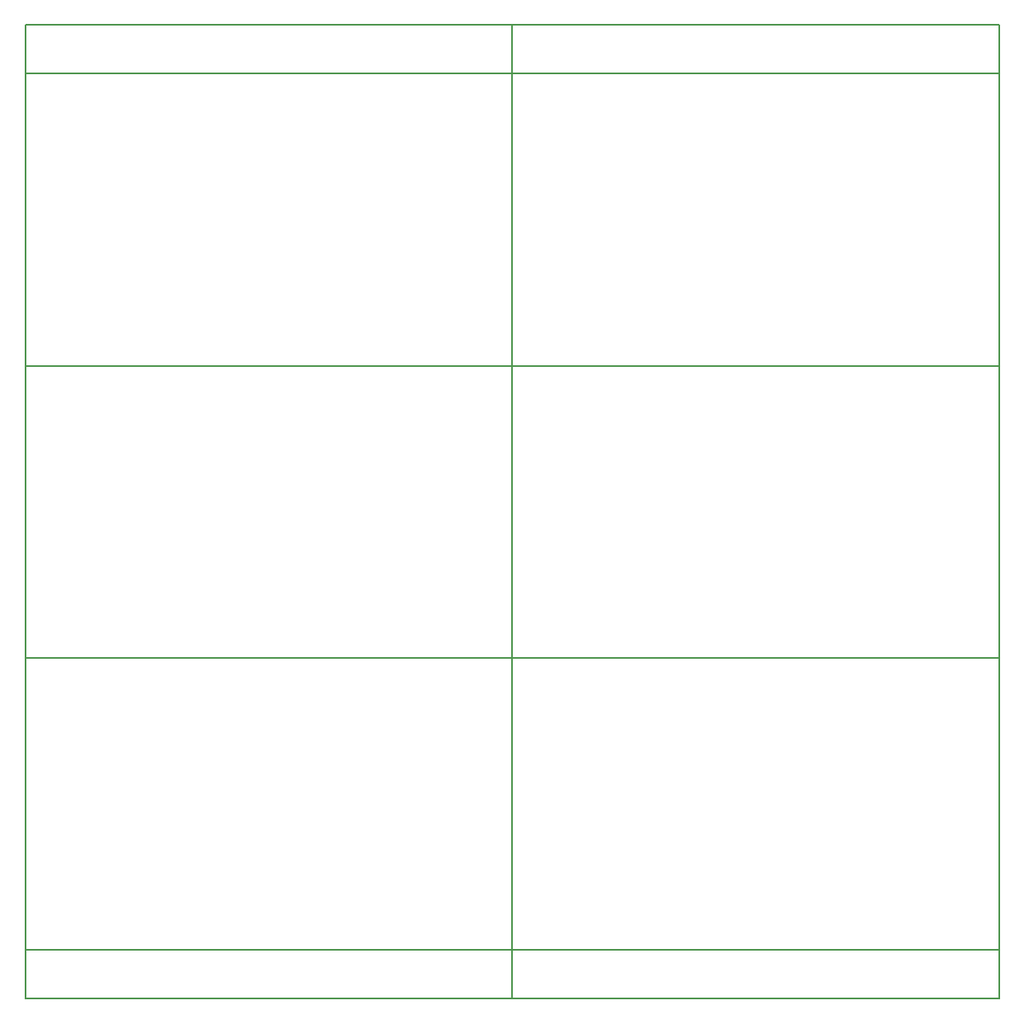
<source format=gbr>
G04 #@! TF.GenerationSoftware,KiCad,Pcbnew,(5.0.0)*
G04 #@! TF.CreationDate,2018-10-14T22:14:47+02:00*
G04 #@! TF.ProjectId,model-f-5291-pcb-panel,6D6F64656C2D662D353239312D706362,rev?*
G04 #@! TF.SameCoordinates,Original*
G04 #@! TF.FileFunction,Profile,NP*
%FSLAX46Y46*%
G04 Gerber Fmt 4.6, Leading zero omitted, Abs format (unit mm)*
G04 Created by KiCad (PCBNEW (5.0.0)) date 10/14/18 22:14:47*
%MOMM*%
%LPD*%
G01*
G04 APERTURE LIST*
%ADD10C,0.200000*%
%ADD11C,0.150000*%
G04 APERTURE END LIST*
D10*
X250000000Y-145000000D02*
X250000000Y-140000000D01*
X200000000Y-145000000D02*
X250000000Y-145000000D01*
X200000000Y-145000000D02*
X200000000Y-140000000D01*
X150000000Y-145000000D02*
X200000000Y-145000000D01*
X150000000Y-140000000D02*
X150000000Y-145000000D01*
X250000000Y-45000000D02*
X250000000Y-50000000D01*
X200000000Y-45000000D02*
X250000000Y-45000000D01*
X200000000Y-45000000D02*
X200000000Y-50000000D01*
X150000000Y-45000000D02*
X200000000Y-45000000D01*
X150000000Y-50000000D02*
X150000000Y-45000000D01*
D11*
X250000000Y-140000000D02*
X200000000Y-140000000D01*
X200000000Y-140000000D02*
X150000000Y-140000000D01*
X250000000Y-110000000D02*
X200000000Y-110000000D01*
X200000000Y-110000000D02*
X150000000Y-110000000D01*
X250000000Y-80000000D02*
X200000000Y-80000000D01*
X200000000Y-110000000D02*
X250000000Y-110000000D01*
X150000000Y-110000000D02*
X200000000Y-110000000D01*
X200000000Y-80000000D02*
X250000000Y-80000000D01*
X150000000Y-80000000D02*
X200000000Y-80000000D01*
X200000000Y-50000000D02*
X250000000Y-50000000D01*
X250000000Y-110000000D02*
X250000000Y-140000000D01*
X200000000Y-110000000D02*
X200000000Y-140000000D01*
X250000000Y-80000000D02*
X250000000Y-110000000D01*
X200000000Y-80000000D02*
X200000000Y-110000000D01*
X250000000Y-50000000D02*
X250000000Y-80000000D01*
X200000000Y-140000000D02*
X200000000Y-110000000D01*
X150000000Y-140000000D02*
X150000000Y-110000000D01*
X200000000Y-110000000D02*
X200000000Y-80000000D01*
X150000000Y-110000000D02*
X150000000Y-80000000D01*
X200000000Y-80000000D02*
X200000000Y-50000000D01*
X150000000Y-80000000D02*
X150000000Y-50000000D01*
X200000000Y-80000000D02*
X150000000Y-80000000D01*
X200000000Y-50000000D02*
X200000000Y-80000000D01*
X150000000Y-50000000D02*
X200000000Y-50000000D01*
M02*

</source>
